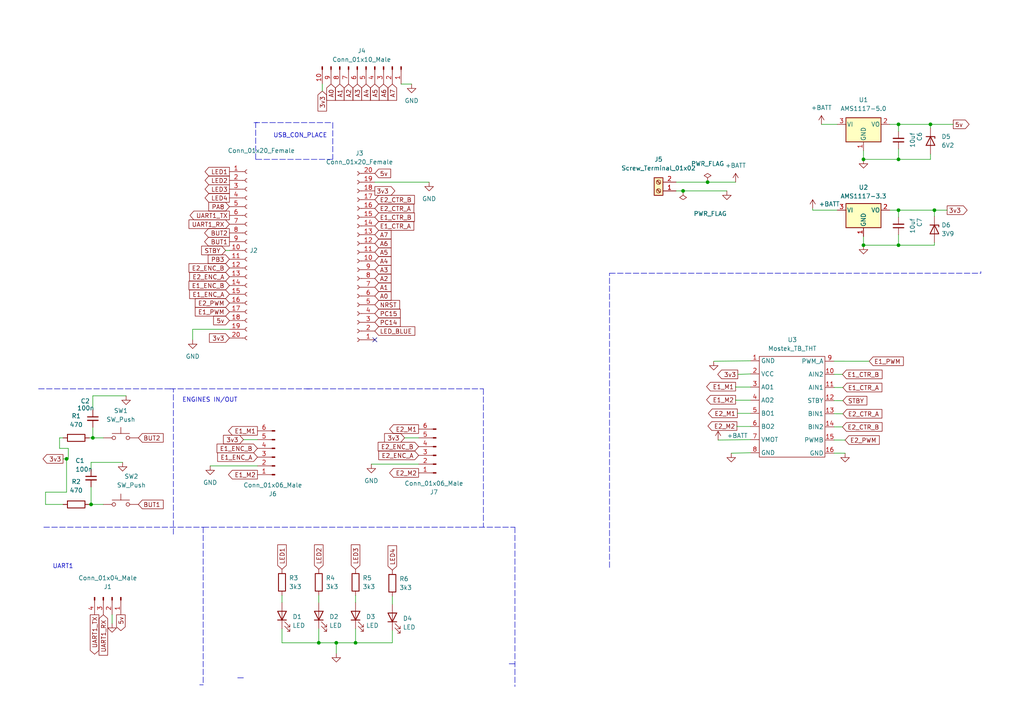
<source format=kicad_sch>
(kicad_sch (version 20211123) (generator eeschema)
  (paper "A4")
  (lib_symbols
    (symbol "Connector:Conn_01x04_Male" (pin_names (offset 1.016) hide)
      (property "Reference" "J" (at 0 5.08 0))
      (property "Value" "Conn_01x04_Male" (at 0 -7.62 0))
      (symbol "Conn_01x04_Male_1_1"
        (polyline (pts (xy 1.27 -5.08) (xy 0.8636 -5.08)) (stroke (width 0.1524)))
        (polyline (pts (xy 1.27 -2.54) (xy 0.8636 -2.54)) (stroke (width 0.1524)))
        (polyline (pts (xy 1.27 0) (xy 0.8636 0)) (stroke (width 0.1524)))
        (polyline (pts (xy 1.27 2.54) (xy 0.8636 2.54)) (stroke (width 0.1524)))
        (rectangle (start 0.8636 -4.953) (end 0 -5.207) (stroke (width 0.1524)) (fill (type outline)))
        (rectangle (start 0.8636 -2.413) (end 0 -2.667) (stroke (width 0.1524)) (fill (type outline)))
        (rectangle (start 0.8636 0.127) (end 0 -0.127) (stroke (width 0.1524)) (fill (type outline)))
        (rectangle (start 0.8636 2.667) (end 0 2.413) (stroke (width 0.1524)) (fill (type outline)))
        (pin passive line (at 5.08 2.54 180) (length 3.81) (name "Pin_1") (number "1"))
        (pin passive line (at 5.08 0 180) (length 3.81) (name "Pin_2") (number "2"))
        (pin passive line (at 5.08 -2.54 180) (length 3.81) (name "Pin_3") (number "3"))
        (pin passive line (at 5.08 -5.08 180) (length 3.81) (name "Pin_4") (number "4"))
      )
    )
    (symbol "Connector:Conn_01x06_Male" (pin_names (offset 1.016) hide)
      (property "Reference" "J" (at 0 7.62 0))
      (property "Value" "Conn_01x06_Male" (at 0 -10.16 0))
      (symbol "Conn_01x06_Male_1_1"
        (polyline (pts (xy 1.27 -7.62) (xy 0.8636 -7.62)) (stroke (width 0.1524)))
        (polyline (pts (xy 1.27 -5.08) (xy 0.8636 -5.08)) (stroke (width 0.1524)))
        (polyline (pts (xy 1.27 -2.54) (xy 0.8636 -2.54)) (stroke (width 0.1524)))
        (polyline (pts (xy 1.27 0) (xy 0.8636 0)) (stroke (width 0.1524)))
        (polyline (pts (xy 1.27 2.54) (xy 0.8636 2.54)) (stroke (width 0.1524)))
        (polyline (pts (xy 1.27 5.08) (xy 0.8636 5.08)) (stroke (width 0.1524)))
        (rectangle (start 0.8636 -7.493) (end 0 -7.747) (stroke (width 0.1524)) (fill (type outline)))
        (rectangle (start 0.8636 -4.953) (end 0 -5.207) (stroke (width 0.1524)) (fill (type outline)))
        (rectangle (start 0.8636 -2.413) (end 0 -2.667) (stroke (width 0.1524)) (fill (type outline)))
        (rectangle (start 0.8636 0.127) (end 0 -0.127) (stroke (width 0.1524)) (fill (type outline)))
        (rectangle (start 0.8636 2.667) (end 0 2.413) (stroke (width 0.1524)) (fill (type outline)))
        (rectangle (start 0.8636 5.207) (end 0 4.953) (stroke (width 0.1524)) (fill (type outline)))
        (pin passive line (at 5.08 5.08 180) (length 3.81) (name "Pin_1") (number "1"))
        (pin passive line (at 5.08 2.54 180) (length 3.81) (name "Pin_2") (number "2"))
        (pin passive line (at 5.08 0 180) (length 3.81) (name "Pin_3") (number "3"))
        (pin passive line (at 5.08 -2.54 180) (length 3.81) (name "Pin_4") (number "4"))
        (pin passive line (at 5.08 -5.08 180) (length 3.81) (name "Pin_5") (number "5"))
        (pin passive line (at 5.08 -7.62 180) (length 3.81) (name "Pin_6") (number "6"))
      )
    )
    (symbol "Connector:Conn_01x10_Male" (pin_names (offset 1.016) hide)
      (property "Reference" "J" (at 0 12.7 0))
      (property "Value" "Conn_01x10_Male" (at 0 -15.24 0))
      (symbol "Conn_01x10_Male_1_1"
        (polyline (pts (xy 1.27 -12.7) (xy 0.8636 -12.7)) (stroke (width 0.1524)))
        (polyline (pts (xy 1.27 -10.16) (xy 0.8636 -10.16)) (stroke (width 0.1524)))
        (polyline (pts (xy 1.27 -7.62) (xy 0.8636 -7.62)) (stroke (width 0.1524)))
        (polyline (pts (xy 1.27 -5.08) (xy 0.8636 -5.08)) (stroke (width 0.1524)))
        (polyline (pts (xy 1.27 -2.54) (xy 0.8636 -2.54)) (stroke (width 0.1524)))
        (polyline (pts (xy 1.27 0) (xy 0.8636 0)) (stroke (width 0.1524)))
        (polyline (pts (xy 1.27 2.54) (xy 0.8636 2.54)) (stroke (width 0.1524)))
        (polyline (pts (xy 1.27 5.08) (xy 0.8636 5.08)) (stroke (width 0.1524)))
        (polyline (pts (xy 1.27 7.62) (xy 0.8636 7.62)) (stroke (width 0.1524)))
        (polyline (pts (xy 1.27 10.16) (xy 0.8636 10.16)) (stroke (width 0.1524)))
        (rectangle (start 0.8636 -12.573) (end 0 -12.827) (stroke (width 0.1524)) (fill (type outline)))
        (rectangle (start 0.8636 -10.033) (end 0 -10.287) (stroke (width 0.1524)) (fill (type outline)))
        (rectangle (start 0.8636 -7.493) (end 0 -7.747) (stroke (width 0.1524)) (fill (type outline)))
        (rectangle (start 0.8636 -4.953) (end 0 -5.207) (stroke (width 0.1524)) (fill (type outline)))
        (rectangle (start 0.8636 -2.413) (end 0 -2.667) (stroke (width 0.1524)) (fill (type outline)))
        (rectangle (start 0.8636 0.127) (end 0 -0.127) (stroke (width 0.1524)) (fill (type outline)))
        (rectangle (start 0.8636 2.667) (end 0 2.413) (stroke (width 0.1524)) (fill (type outline)))
        (rectangle (start 0.8636 5.207) (end 0 4.953) (stroke (width 0.1524)) (fill (type outline)))
        (rectangle (start 0.8636 7.747) (end 0 7.493) (stroke (width 0.1524)) (fill (type outline)))
        (rectangle (start 0.8636 10.287) (end 0 10.033) (stroke (width 0.1524)) (fill (type outline)))
        (pin passive line (at 5.08 10.16 180) (length 3.81) (name "Pin_1") (number "1"))
        (pin passive line (at 5.08 -12.7 180) (length 3.81) (name "Pin_10") (number "10"))
        (pin passive line (at 5.08 7.62 180) (length 3.81) (name "Pin_2") (number "2"))
        (pin passive line (at 5.08 5.08 180) (length 3.81) (name "Pin_3") (number "3"))
        (pin passive line (at 5.08 2.54 180) (length 3.81) (name "Pin_4") (number "4"))
        (pin passive line (at 5.08 0 180) (length 3.81) (name "Pin_5") (number "5"))
        (pin passive line (at 5.08 -2.54 180) (length 3.81) (name "Pin_6") (number "6"))
        (pin passive line (at 5.08 -5.08 180) (length 3.81) (name "Pin_7") (number "7"))
        (pin passive line (at 5.08 -7.62 180) (length 3.81) (name "Pin_8") (number "8"))
        (pin passive line (at 5.08 -10.16 180) (length 3.81) (name "Pin_9") (number "9"))
      )
    )
    (symbol "Connector:Conn_01x20_Female" (pin_names (offset 1.016) hide)
      (property "Reference" "J" (at 0 25.4 0))
      (property "Value" "Conn_01x20_Female" (at 0 -27.94 0))
      (symbol "Conn_01x20_Female_1_1"
        (arc (start 0 -24.892) (mid -0.508 -25.4) (end 0 -25.908) (stroke (width 0.1524)))
        (arc (start 0 -22.352) (mid -0.508 -22.86) (end 0 -23.368) (stroke (width 0.1524)))
        (arc (start 0 -19.812) (mid -0.508 -20.32) (end 0 -20.828) (stroke (width 0.1524)))
        (arc (start 0 -17.272) (mid -0.508 -17.78) (end 0 -18.288) (stroke (width 0.1524)))
        (arc (start 0 -14.732) (mid -0.508 -15.24) (end 0 -15.748) (stroke (width 0.1524)))
        (arc (start 0 -12.192) (mid -0.508 -12.7) (end 0 -13.208) (stroke (width 0.1524)))
        (arc (start 0 -9.652) (mid -0.508 -10.16) (end 0 -10.668) (stroke (width 0.1524)))
        (arc (start 0 -7.112) (mid -0.508 -7.62) (end 0 -8.128) (stroke (width 0.1524)))
        (arc (start 0 -4.572) (mid -0.508 -5.08) (end 0 -5.588) (stroke (width 0.1524)))
        (arc (start 0 -2.032) (mid -0.508 -2.54) (end 0 -3.048) (stroke (width 0.1524)))
        (polyline (pts (xy -1.27 -25.4) (xy -0.508 -25.4)) (stroke (width 0.1524)))
        (polyline (pts (xy -1.27 -22.86) (xy -0.508 -22.86)) (stroke (width 0.1524)))
        (polyline (pts (xy -1.27 -20.32) (xy -0.508 -20.32)) (stroke (width 0.1524)))
        (polyline (pts (xy -1.27 -17.78) (xy -0.508 -17.78)) (stroke (width 0.1524)))
        (polyline (pts (xy -1.27 -15.24) (xy -0.508 -15.24)) (stroke (width 0.1524)))
        (polyline (pts (xy -1.27 -12.7) (xy -0.508 -12.7)) (stroke (width 0.1524)))
        (polyline (pts (xy -1.27 -10.16) (xy -0.508 -10.16)) (stroke (width 0.1524)))
        (polyline (pts (xy -1.27 -7.62) (xy -0.508 -7.62)) (stroke (width 0.1524)))
        (polyline (pts (xy -1.27 -5.08) (xy -0.508 -5.08)) (stroke (width 0.1524)))
        (polyline (pts (xy -1.27 -2.54) (xy -0.508 -2.54)) (stroke (width 0.1524)))
        (polyline (pts (xy -1.27 0) (xy -0.508 0)) (stroke (width 0.1524)))
        (polyline (pts (xy -1.27 2.54) (xy -0.508 2.54)) (stroke (width 0.1524)))
        (polyline (pts (xy -1.27 5.08) (xy -0.508 5.08)) (stroke (width 0.1524)))
        (polyline (pts (xy -1.27 7.62) (xy -0.508 7.62)) (stroke (width 0.1524)))
        (polyline (pts (xy -1.27 10.16) (xy -0.508 10.16)) (stroke (width 0.1524)))
        (polyline (pts (xy -1.27 12.7) (xy -0.508 12.7)) (stroke (width 0.1524)))
        (polyline (pts (xy -1.27 15.24) (xy -0.508 15.24)) (stroke (width 0.1524)))
        (polyline (pts (xy -1.27 17.78) (xy -0.508 17.78)) (stroke (width 0.1524)))
        (polyline (pts (xy -1.27 20.32) (xy -0.508 20.32)) (stroke (width 0.1524)))
        (polyline (pts (xy -1.27 22.86) (xy -0.508 22.86)) (stroke (width 0.1524)))
        (arc (start 0 0.508) (mid -0.508 0) (end 0 -0.508) (stroke (width 0.1524)))
        (arc (start 0 3.048) (mid -0.508 2.54) (end 0 2.032) (stroke (width 0.1524)))
        (arc (start 0 5.588) (mid -0.508 5.08) (end 0 4.572) (stroke (width 0.1524)))
        (arc (start 0 8.128) (mid -0.508 7.62) (end 0 7.112) (stroke (width 0.1524)))
        (arc (start 0 10.668) (mid -0.508 10.16) (end 0 9.652) (stroke (width 0.1524)))
        (arc (start 0 13.208) (mid -0.508 12.7) (end 0 12.192) (stroke (width 0.1524)))
        (arc (start 0 15.748) (mid -0.508 15.24) (end 0 14.732) (stroke (width 0.1524)))
        (arc (start 0 18.288) (mid -0.508 17.78) (end 0 17.272) (stroke (width 0.1524)))
        (arc (start 0 20.828) (mid -0.508 20.32) (end 0 19.812) (stroke (width 0.1524)))
        (arc (start 0 23.368) (mid -0.508 22.86) (end 0 22.352) (stroke (width 0.1524)))
        (pin passive line (at -5.08 22.86 0) (length 3.81) (name "Pin_1") (number "1"))
        (pin passive line (at -5.08 0 0) (length 3.81) (name "Pin_10") (number "10"))
        (pin passive line (at -5.08 -2.54 0) (length 3.81) (name "Pin_11") (number "11"))
        (pin passive line (at -5.08 -5.08 0) (length 3.81) (name "Pin_12") (number "12"))
        (pin passive line (at -5.08 -7.62 0) (length 3.81) (name "Pin_13") (number "13"))
        (pin passive line (at -5.08 -10.16 0) (length 3.81) (name "Pin_14") (number "14"))
        (pin passive line (at -5.08 -12.7 0) (length 3.81) (name "Pin_15") (number "15"))
        (pin passive line (at -5.08 -15.24 0) (length 3.81) (name "Pin_16") (number "16"))
        (pin passive line (at -5.08 -17.78 0) (length 3.81) (name "Pin_17") (number "17"))
        (pin passive line (at -5.08 -20.32 0) (length 3.81) (name "Pin_18") (number "18"))
        (pin passive line (at -5.08 -22.86 0) (length 3.81) (name "Pin_19") (number "19"))
        (pin passive line (at -5.08 20.32 0) (length 3.81) (name "Pin_2") (number "2"))
        (pin passive line (at -5.08 -25.4 0) (length 3.81) (name "Pin_20") (number "20"))
        (pin passive line (at -5.08 17.78 0) (length 3.81) (name "Pin_3") (number "3"))
        (pin passive line (at -5.08 15.24 0) (length 3.81) (name "Pin_4") (number "4"))
        (pin passive line (at -5.08 12.7 0) (length 3.81) (name "Pin_5") (number "5"))
        (pin passive line (at -5.08 10.16 0) (length 3.81) (name "Pin_6") (number "6"))
        (pin passive line (at -5.08 7.62 0) (length 3.81) (name "Pin_7") (number "7"))
        (pin passive line (at -5.08 5.08 0) (length 3.81) (name "Pin_8") (number "8"))
        (pin passive line (at -5.08 2.54 0) (length 3.81) (name "Pin_9") (number "9"))
      )
    )
    (symbol "Connector:Screw_Terminal_01x02" (pin_names (offset 1.016) hide)
      (property "Reference" "J" (at 0 2.54 0))
      (property "Value" "Screw_Terminal_01x02" (at 0 -5.08 0))
      (symbol "Screw_Terminal_01x02_1_1"
        (rectangle (start -1.27 1.27) (end 1.27 -3.81) (stroke (width 0.254)) (fill (type background)))
        (circle (center 0 -2.54) (radius 0.635) (stroke (width 0.1524)))
        (polyline (pts (xy -0.5334 -2.2098) (xy 0.3302 -3.048)) (stroke (width 0.1524)))
        (polyline (pts (xy -0.5334 0.3302) (xy 0.3302 -0.508)) (stroke (width 0.1524)))
        (polyline (pts (xy -0.3556 -2.032) (xy 0.508 -2.8702)) (stroke (width 0.1524)))
        (polyline (pts (xy -0.3556 0.508) (xy 0.508 -0.3302)) (stroke (width 0.1524)))
        (circle (center 0 0) (radius 0.635) (stroke (width 0.1524)))
        (pin passive line (at -5.08 0 0) (length 3.81) (name "Pin_1") (number "1"))
        (pin passive line (at -5.08 -2.54 0) (length 3.81) (name "Pin_2") (number "2"))
      )
    )
    (symbol "Device:C_Small" (pin_numbers hide) (pin_names (offset 0.254) hide)
      (property "Reference" "C" (at 0.254 1.778 0))
      (property "Value" "C_Small" (at 0.254 -2.032 0))
      (symbol "C_Small_0_1"
        (polyline (pts (xy -1.524 -0.508) (xy 1.524 -0.508)) (stroke (width 0.3302)))
        (polyline (pts (xy -1.524 0.508) (xy 1.524 0.508)) (stroke (width 0.3048)))
      )
      (symbol "C_Small_1_1"
        (pin passive line (at 0 2.54 270) (length 2.032) (name "~") (number "1"))
        (pin passive line (at 0 -2.54 90) (length 2.032) (name "~") (number "2"))
      )
    )
    (symbol "Device:D_Zener" (pin_numbers hide) (pin_names (offset 1.016) hide)
      (property "Reference" "D" (at 0 2.54 0))
      (property "Value" "D_Zener" (at 0 -2.54 0))
      (symbol "D_Zener_0_1"
        (polyline (pts (xy 1.27 0) (xy -1.27 0)))
        (polyline (pts (xy -1.27 -1.27) (xy -1.27 1.27) (xy -0.762 1.27)) (stroke (width 0.254)))
        (polyline (pts (xy 1.27 -1.27) (xy 1.27 1.27) (xy -1.27 0) (xy 1.27 -1.27)) (stroke (width 0.254)))
      )
      (symbol "D_Zener_1_1"
        (pin passive line (at -3.81 0 0) (length 2.54) (name "K") (number "1"))
        (pin passive line (at 3.81 0 180) (length 2.54) (name "A") (number "2"))
      )
    )
    (symbol "Device:LED" (pin_numbers hide) (pin_names (offset 1.016) hide)
      (property "Reference" "D" (at 0 2.54 0))
      (property "Value" "LED" (at 0 -2.54 0))
      (symbol "LED_0_1"
        (polyline (pts (xy -1.27 -1.27) (xy -1.27 1.27)) (stroke (width 0.254)))
        (polyline (pts (xy -1.27 0) (xy 1.27 0)))
        (polyline (pts (xy 1.27 -1.27) (xy 1.27 1.27) (xy -1.27 0) (xy 1.27 -1.27)) (stroke (width 0.254)))
        (polyline (pts (xy -3.048 -0.762) (xy -4.572 -2.286) (xy -3.81 -2.286) (xy -4.572 -2.286) (xy -4.572 -1.524)))
        (polyline (pts (xy -1.778 -0.762) (xy -3.302 -2.286) (xy -2.54 -2.286) (xy -3.302 -2.286) (xy -3.302 -1.524)))
      )
      (symbol "LED_1_1"
        (pin passive line (at -3.81 0 0) (length 2.54) (name "K") (number "1"))
        (pin passive line (at 3.81 0 180) (length 2.54) (name "A") (number "2"))
      )
    )
    (symbol "Device:R" (pin_numbers hide) (pin_names (offset 0))
      (property "Reference" "R" (at 2.032 0 90))
      (property "Value" "R" (at 0 0 90))
      (symbol "R_0_1"
        (rectangle (start -1.016 -2.54) (end 1.016 2.54) (stroke (width 0.254)))
      )
      (symbol "R_1_1"
        (pin passive line (at 0 3.81 270) (length 1.27) (name "~") (number "1"))
        (pin passive line (at 0 -3.81 90) (length 1.27) (name "~") (number "2"))
      )
    )
    (symbol "Regulator_Linear:AMS1117-3.3" (pin_names (offset 0.254))
      (property "Reference" "U" (at -3.81 3.175 0))
      (property "Value" "AMS1117-3.3" (at 0 3.175 0))
      (symbol "AMS1117-3.3_0_1"
        (rectangle (start -5.08 -5.08) (end 5.08 1.905) (stroke (width 0.254)) (fill (type background)))
      )
      (symbol "AMS1117-3.3_1_1"
        (pin power_in line (at 0 -7.62 90) (length 2.54) (name "GND") (number "1"))
        (pin power_out line (at 7.62 0 180) (length 2.54) (name "VO") (number "2"))
        (pin power_in line (at -7.62 0 0) (length 2.54) (name "VI") (number "3"))
      )
    )
    (symbol "Regulator_Linear:AMS1117-5.0" (pin_names (offset 0.254))
      (property "Reference" "U" (at -3.81 3.175 0))
      (property "Value" "AMS1117-5.0" (at 0 3.175 0))
      (symbol "AMS1117-5.0_0_1"
        (rectangle (start -5.08 -5.08) (end 5.08 1.905) (stroke (width 0.254)) (fill (type background)))
      )
      (symbol "AMS1117-5.0_1_1"
        (pin power_in line (at 0 -7.62 90) (length 2.54) (name "GND") (number "1"))
        (pin power_out line (at 7.62 0 180) (length 2.54) (name "VO") (number "2"))
        (pin power_in line (at -7.62 0 0) (length 2.54) (name "VI") (number "3"))
      )
    )
    (symbol "Switch:SW_Push" (pin_numbers hide) (pin_names (offset 1.016) hide)
      (property "Reference" "SW" (at 1.27 2.54 0))
      (property "Value" "SW_Push" (at 0 -1.524 0))
      (symbol "SW_Push_0_1"
        (circle (center -2.032 0) (radius 0.508))
        (polyline (pts (xy 0 1.27) (xy 0 3.048)))
        (polyline (pts (xy 2.54 1.27) (xy -2.54 1.27)))
        (circle (center 2.032 0) (radius 0.508))
        (pin passive line (at -5.08 0 0) (length 2.54) (name "1") (number "1"))
        (pin passive line (at 5.08 0 180) (length 2.54) (name "2") (number "2"))
      )
    )
    (symbol "mosetk_h:Mostek_TB_THT"
      (property "Reference" "U" (at 0 0 0))
      (property "Value" "Mostek_TB_THT" (at 1.27 -6.35 90))
      (symbol "Mostek_TB_THT_0_1"
        (rectangle (start -7.62 8.89) (end 11.43 -20.32))
      )
      (symbol "Mostek_TB_THT_1_1"
        (pin input line (at -10.16 7.62 0) (length 2.54) (name "GND") (number "1"))
        (pin input line (at 14.1012 3.695 180) (length 2.54) (name "AIN2") (number "10"))
        (pin input line (at 14.1012 -0.115 180) (length 2.54) (name "AIN1") (number "11"))
        (pin input line (at 14.1012 -3.925 180) (length 2.54) (name "STBY") (number "12"))
        (pin input line (at 14.1012 -7.735 180) (length 2.54) (name "BIN1") (number "13"))
        (pin output line (at 14.1012 -11.545 180) (length 2.54) (name "BIN2") (number "14"))
        (pin input line (at 14.1012 -15.355 180) (length 2.54) (name "PWMB") (number "15"))
        (pin input line (at 14.1012 -19.165 180) (length 2.54) (name "GND") (number "16"))
        (pin input line (at -10.16 3.81 0) (length 2.54) (name "VCC") (number "2"))
        (pin output line (at -10.16 0 0) (length 2.54) (name "AO1") (number "3"))
        (pin output line (at -10.16 -3.81 0) (length 2.54) (name "AO2") (number "4"))
        (pin output line (at -10.16 -7.62 0) (length 2.54) (name "BO1") (number "5"))
        (pin output line (at -10.16 -11.43 0) (length 2.54) (name "BO2") (number "6"))
        (pin input line (at -10.16 -15.24 0) (length 2.54) (name "VMOT") (number "7"))
        (pin input line (at -10.16 -19.05 0) (length 2.54) (name "GND") (number "8"))
        (pin input line (at 14.1012 7.505 180) (length 2.54) (name "PWM_A") (number "9"))
      )
    )
    (symbol "power:+BATT" (power) (pin_names (offset 0))
      (property "Value" "+BATT" (at 0 3.556 0))
      (symbol "+BATT_0_1"
        (polyline (pts (xy -0.762 1.27) (xy 0 2.54)))
        (polyline (pts (xy 0 0) (xy 0 2.54)))
        (polyline (pts (xy 0 2.54) (xy 0.762 1.27)))
      )
      (symbol "+BATT_1_1"
        (pin power_in line (at 0 0 90) (length 0) hide (name "+BATT") (number "1"))
      )
    )
    (symbol "power:GND" (power) (pin_names (offset 0))
      (property "Value" "GND" (at 0 -3.81 0))
      (symbol "GND_0_1"
        (polyline (pts (xy 0 0) (xy 0 -1.27) (xy 1.27 -1.27) (xy 0 -2.54) (xy -1.27 -1.27) (xy 0 -1.27)))
      )
      (symbol "GND_1_1"
        (pin power_in line (at 0 0 270) (length 0) hide (name "GND") (number "1"))
      )
    )
    (symbol "power:PWR_FLAG" (power) (pin_numbers hide) (pin_names (offset 0) hide)
      (property "Value" "PWR_FLAG" (at 0 3.81 0))
      (symbol "PWR_FLAG_0_0"
        (pin power_out line (at 0 0 90) (length 0) (name "pwr") (number "1"))
      )
      (symbol "PWR_FLAG_0_1"
        (polyline (pts (xy 0 0) (xy 0 1.27) (xy -1.016 1.905) (xy 0 2.54) (xy 1.016 1.905) (xy 0 1.27)))
      )
    )
  )
  (junction (at 198.12 55.372))
  (junction (at 97.536 186.436))
  (junction (at 271.018 60.96))
  (junction (at 26.924 127))
  (junction (at 260.604 71.12))
  (junction (at 19.304 133.096))
  (junction (at 103.124 186.436))
  (junction (at 26.416 146.304))
  (junction (at 250.444 46.228))
  (junction (at 250.444 71.12))
  (junction (at 205.232 52.832))
  (junction (at 260.604 46.228))
  (junction (at 269.875 36.068))
  (junction (at 260.604 36.068))
  (junction (at 92.456 186.436))
  (junction (at 260.604 60.96))
  (no_connect (at 108.712 98.552))
  (wire (pts (xy 217.678 116.078) (xy 213.36 116.078)))
  (polyline (pts (xy 149.352 152.908) (xy 149.352 199.136)))
  (polyline (pts (xy 73.66 35.56) (xy 96.52 35.56)))
  (wire (pts (xy 258.064 36.068) (xy 260.604 36.068)))
  (wire (pts (xy 60.96 135.128) (xy 74.676 135.128)))
  (wire (pts (xy 213.36 116.078) (xy 213.36 115.951)))
  (wire (pts (xy 217.678 123.698) (xy 213.741 123.698)))
  (wire (pts (xy 241.9392 116.193) (xy 244.475 116.205)))
  (wire (pts (xy 26.924 127) (xy 29.972 127)))
  (polyline (pts (xy 176.784 79.248) (xy 284.48 79.248)))
  (polyline (pts (xy 12.7 152.908) (xy 58.928 152.908)))
  (wire (pts (xy 260.604 68.072) (xy 260.604 71.12)))
  (wire (pts (xy 19.304 133.096) (xy 19.304 142.748)))
  (wire (pts (xy 92.456 186.436) (xy 92.456 182.372)))
  (wire (pts (xy 271.018 71.12) (xy 260.604 71.12)))
  (polyline (pts (xy 176.784 164.592) (xy 176.784 79.248)))
  (wire (pts (xy 196.088 55.372) (xy 198.12 55.372)))
  (wire (pts (xy 81.788 182.372) (xy 81.788 186.436)))
  (wire (pts (xy 17.272 127) (xy 18.288 127)))
  (wire (pts (xy 241.9392 108.573) (xy 244.348 108.585)))
  (wire (pts (xy 113.792 186.436) (xy 103.124 186.436)))
  (wire (pts (xy 26.924 123.952) (xy 26.924 127)))
  (wire (pts (xy 113.792 182.88) (xy 113.792 186.436)))
  (wire (pts (xy 65.4304 72.644) (xy 66.548 72.644)))
  (wire (pts (xy 207.01 104.775) (xy 217.678 104.648)))
  (wire (pts (xy 213.741 123.698) (xy 213.741 123.571)))
  (wire (pts (xy 250.444 71.12) (xy 260.604 71.12)))
  (polyline (pts (xy 149.352 192.532) (xy 147.32 192.532)))
  (wire (pts (xy 260.604 60.96) (xy 271.018 60.96)))
  (wire (pts (xy 97.536 186.436) (xy 92.456 186.436)))
  (wire (pts (xy 241.9392 123.813) (xy 244.348 123.825)))
  (wire (pts (xy 208.28 127.635) (xy 217.678 127.508)))
  (wire (pts (xy 250.444 43.688) (xy 250.444 46.228)))
  (wire (pts (xy 260.604 46.228) (xy 250.444 46.228)))
  (wire (pts (xy 241.9392 120.003) (xy 244.475 120.015)))
  (polyline (pts (xy 58.928 152.908) (xy 58.928 198.628)))
  (wire (pts (xy 260.604 43.18) (xy 260.604 46.228)))
  (polyline (pts (xy 49.276 112.776) (xy 90.424 112.776)))
  (polyline (pts (xy 74.168 46.228) (xy 74.168 35.56)))
  (wire (pts (xy 32.512 178.308) (xy 32.512 180.848)))
  (wire (pts (xy 269.875 44.704) (xy 269.875 46.228)))
  (wire (pts (xy 19.304 133.096) (xy 19.812 133.096)))
  (wire (pts (xy 19.812 130.048) (xy 17.272 130.048)))
  (wire (pts (xy 269.875 37.084) (xy 269.875 36.068)))
  (polyline (pts (xy 140.208 112.776) (xy 140.208 152.908)))
  (wire (pts (xy 213.36 112.268) (xy 213.36 112.141)))
  (wire (pts (xy 17.272 130.048) (xy 17.272 127)))
  (wire (pts (xy 212.09 131.445) (xy 217.678 131.318)))
  (wire (pts (xy 26.416 146.304) (xy 29.972 146.304)))
  (wire (pts (xy 271.018 62.738) (xy 271.018 60.96)))
  (wire (pts (xy 250.444 68.58) (xy 250.444 71.12)))
  (wire (pts (xy 70.612 127.508) (xy 74.676 127.508)))
  (wire (pts (xy 235.712 60.96) (xy 235.712 60.452)))
  (wire (pts (xy 26.416 141.224) (xy 26.416 146.304)))
  (wire (pts (xy 117.348 127) (xy 121.412 127)))
  (polyline (pts (xy 11.176 112.776) (xy 50.292 112.776)))
  (wire (pts (xy 103.124 186.436) (xy 97.536 186.436)))
  (wire (pts (xy 13.208 146.304) (xy 18.288 146.304)))
  (wire (pts (xy 269.875 36.068) (xy 276.479 36.068)))
  (wire (pts (xy 241.9392 127.623) (xy 245.11 127.635)))
  (wire (pts (xy 19.304 142.748) (xy 13.208 142.748)))
  (wire (pts (xy 269.875 46.228) (xy 260.604 46.228)))
  (polyline (pts (xy 58.928 198.628) (xy 57.912 198.628)))
  (wire (pts (xy 26.416 134.112) (xy 35.56 134.112)))
  (wire (pts (xy 196.088 52.832) (xy 205.232 52.832)))
  (wire (pts (xy 25.908 127) (xy 26.924 127)))
  (wire (pts (xy 213.868 119.888) (xy 217.678 119.888)))
  (wire (pts (xy 103.124 172.72) (xy 103.124 174.752)))
  (polyline (pts (xy 70.612 196.596) (xy 68.58 196.596)))
  (wire (pts (xy 55.88 98.552) (xy 55.88 95.504)))
  (polyline (pts (xy 96.52 35.56) (xy 96.52 46.228)))
  (wire (pts (xy 55.88 95.504) (xy 66.548 95.504)))
  (wire (pts (xy 103.124 182.372) (xy 103.124 186.436)))
  (wire (pts (xy 92.456 172.72) (xy 92.456 174.752)))
  (wire (pts (xy 260.604 36.068) (xy 260.604 38.1)))
  (wire (pts (xy 242.824 60.96) (xy 235.712 60.96)))
  (wire (pts (xy 258.064 60.96) (xy 260.604 60.96)))
  (wire (pts (xy 25.908 146.304) (xy 26.416 146.304)))
  (wire (pts (xy 26.924 114.808) (xy 36.576 114.808)))
  (wire (pts (xy 26.416 136.144) (xy 26.416 134.112)))
  (wire (pts (xy 107.696 134.62) (xy 121.412 134.62)))
  (wire (pts (xy 81.788 172.72) (xy 81.788 174.752)))
  (wire (pts (xy 26.924 114.808) (xy 26.924 118.872)))
  (wire (pts (xy 260.604 36.068) (xy 269.875 36.068)))
  (wire (pts (xy 19.812 133.096) (xy 19.812 130.048)))
  (polyline (pts (xy 50.292 154.94) (xy 50.292 112.776)))
  (wire (pts (xy 13.208 142.748) (xy 13.208 146.304)))
  (polyline (pts (xy 88.9 112.776) (xy 140.208 112.776)))
  (wire (pts (xy 108.712 52.832) (xy 124.46 52.832)))
  (wire (pts (xy 241.9392 104.763) (xy 252.095 104.775)))
  (polyline (pts (xy 96.52 46.228) (xy 74.168 46.228)))
  (wire (pts (xy 205.232 52.832) (xy 213.36 52.832)))
  (wire (pts (xy 271.018 60.96) (xy 274.701 60.96)))
  (polyline (pts (xy 74.168 35.56) (xy 74.676 35.56)))
  (wire (pts (xy 97.536 186.436) (xy 97.536 189.484)))
  (wire (pts (xy 213.36 112.268) (xy 217.678 112.268)))
  (wire (pts (xy 213.995 108.585) (xy 217.678 108.458)))
  (wire (pts (xy 18.288 133.096) (xy 19.304 133.096)))
  (wire (pts (xy 238.252 36.068) (xy 242.824 36.068)))
  (wire (pts (xy 113.792 172.974) (xy 113.792 175.26)))
  (wire (pts (xy 271.018 70.358) (xy 271.018 71.12)))
  (wire (pts (xy 81.788 186.436) (xy 92.456 186.436)))
  (wire (pts (xy 116.332 24.384) (xy 119.38 24.384)))
  (polyline (pts (xy 284.48 78.74) (xy 284.48 79.248)))
  (wire (pts (xy 198.12 55.372) (xy 210.82 55.372)))
  (polyline (pts (xy 58.928 152.908) (xy 149.352 152.908)))
  (wire (pts (xy 260.604 60.96) (xy 260.604 62.992)))
  (wire (pts (xy 241.9392 112.383) (xy 244.475 112.395)))
  (wire (pts (xy 93.472 24.384) (xy 93.472 26.416)))
  (wire (pts (xy 241.9392 131.433) (xy 245.11 131.445)))
  (text "UART1\n" (at 15.24 165.1 0) (effects (font (size 1.27 1.27)) (justify left bottom)))
  (text "USB_CON_PLACE" (at 79.248 40.132 0) (effects (font (size 1.27 1.27)) (justify left bottom)))
  (text "ENGINES IN/OUT\n" (at 52.832 116.84 0) (effects (font (size 1.27 1.27)) (justify left bottom)))
  (global_label "UART1_TX" (shape output) (at 66.548 62.484 180) (property "Intersheet References" "${INTERSHEET_REFS}" (effects hide)))
  (global_label "5v" (shape output) (at 35.052 178.308 270) (property "Intersheet References" "${INTERSHEET_REFS}" (effects hide)))
  (global_label "LED1" (shape input) (at 81.788 165.1 90) (property "Intersheet References" "${INTERSHEET_REFS}" (effects hide)))
  (global_label "A2" (shape input) (at 108.712 80.772 0) (property "Intersheet References" "${INTERSHEET_REFS}" (effects hide)))
  (global_label "E2_M2" (shape output) (at 121.412 137.16 180) (property "Intersheet References" "${INTERSHEET_REFS}" (effects hide)))
  (global_label "BUT2" (shape input) (at 40.132 127 0) (property "Intersheet References" "${INTERSHEET_REFS}" (effects hide)))
  (global_label "PA8" (shape input) (at 66.548 59.944 180) (property "Intersheet References" "${INTERSHEET_REFS}" (effects hide)))
  (global_label "STBY" (shape input) (at 65.4304 72.644 180) (property "Intersheet References" "${INTERSHEET_REFS}" (effects hide)))
  (global_label "A5" (shape input) (at 108.712 24.384 270) (property "Intersheet References" "${INTERSHEET_REFS}" (effects hide)))
  (global_label "A7" (shape input) (at 108.712 68.072 0) (property "Intersheet References" "${INTERSHEET_REFS}" (effects hide)))
  (global_label "3v3" (shape input) (at 117.348 127 180) (property "Intersheet References" "${INTERSHEET_REFS}" (effects hide)))
  (global_label "LED4" (shape input) (at 113.792 165.354 90) (property "Intersheet References" "${INTERSHEET_REFS}" (effects hide)))
  (global_label "E1_CTR_A" (shape input) (at 244.475 112.395 0) (property "Intersheet References" "${INTERSHEET_REFS}" (effects hide)))
  (global_label "3v3" (shape output) (at 213.995 108.585 180) (property "Intersheet References" "${INTERSHEET_REFS}" (effects hide)))
  (global_label "E1_CTR_A" (shape input) (at 108.712 65.532 0) (property "Intersheet References" "${INTERSHEET_REFS}" (effects hide)))
  (global_label "PC15" (shape input) (at 108.712 90.932 0) (property "Intersheet References" "${INTERSHEET_REFS}" (effects hide)))
  (global_label "3v3" (shape output) (at 274.701 60.96 0) (property "Intersheet References" "${INTERSHEET_REFS}" (effects hide)))
  (global_label "LED2" (shape input) (at 92.456 165.1 90) (property "Intersheet References" "${INTERSHEET_REFS}" (effects hide)))
  (global_label "3v3" (shape input) (at 66.548 98.044 180) (property "Intersheet References" "${INTERSHEET_REFS}" (effects hide)))
  (global_label "PC14" (shape input) (at 108.712 93.472 0) (property "Intersheet References" "${INTERSHEET_REFS}" (effects hide)))
  (global_label "5v" (shape output) (at 276.479 36.068 0) (property "Intersheet References" "${INTERSHEET_REFS}" (effects hide)))
  (global_label "E1_ENC_A" (shape input) (at 66.548 85.344 180) (property "Intersheet References" "${INTERSHEET_REFS}" (effects hide)))
  (global_label "UART1_RX" (shape input) (at 29.972 178.308 270) (property "Intersheet References" "${INTERSHEET_REFS}" (effects hide)))
  (global_label "E1_PWM" (shape input) (at 252.095 104.775 0) (property "Intersheet References" "${INTERSHEET_REFS}" (effects hide)))
  (global_label "LED2" (shape output) (at 66.548 52.324 180) (property "Intersheet References" "${INTERSHEET_REFS}" (effects hide)))
  (global_label "PB3" (shape input) (at 66.548 75.184 180) (property "Intersheet References" "${INTERSHEET_REFS}" (effects hide)))
  (global_label "LED_BLUE" (shape input) (at 108.712 96.012 0) (property "Intersheet References" "${INTERSHEET_REFS}" (effects hide)))
  (global_label "LED4" (shape output) (at 66.548 57.404 180) (property "Intersheet References" "${INTERSHEET_REFS}" (effects hide)))
  (global_label "BUT2" (shape output) (at 66.548 67.564 180) (property "Intersheet References" "${INTERSHEET_REFS}" (effects hide)))
  (global_label "3v3" (shape output) (at 108.712 55.372 0) (property "Intersheet References" "${INTERSHEET_REFS}" (effects hide)))
  (global_label "UART1_RX" (shape input) (at 66.548 65.024 180) (property "Intersheet References" "${INTERSHEET_REFS}" (effects hide)))
  (global_label "E1_CTR_B" (shape input) (at 244.348 108.585 0) (property "Intersheet References" "${INTERSHEET_REFS}" (effects hide)))
  (global_label "A6" (shape input) (at 108.712 70.612 0) (property "Intersheet References" "${INTERSHEET_REFS}" (effects hide)))
  (global_label "A1" (shape input) (at 108.712 83.312 0) (property "Intersheet References" "${INTERSHEET_REFS}" (effects hide)))
  (global_label "BUT1" (shape output) (at 66.548 70.104 180) (property "Intersheet References" "${INTERSHEET_REFS}" (effects hide)))
  (global_label "E2_ENC_B" (shape input) (at 66.548 77.724 180) (property "Intersheet References" "${INTERSHEET_REFS}" (effects hide)))
  (global_label "A4" (shape input) (at 106.172 24.384 270) (property "Intersheet References" "${INTERSHEET_REFS}" (effects hide)))
  (global_label "E2_M1" (shape output) (at 121.412 124.46 180) (property "Intersheet References" "${INTERSHEET_REFS}" (effects hide)))
  (global_label "A6" (shape input) (at 111.252 24.384 270) (property "Intersheet References" "${INTERSHEET_REFS}" (effects hide)))
  (global_label "UART1_TX" (shape output) (at 27.432 178.308 270) (property "Intersheet References" "${INTERSHEET_REFS}" (effects hide)))
  (global_label "E1_PWM" (shape input) (at 66.548 90.424 180) (property "Intersheet References" "${INTERSHEET_REFS}" (effects hide)))
  (global_label "STBY" (shape input) (at 244.475 116.205 0) (property "Intersheet References" "${INTERSHEET_REFS}" (effects hide)))
  (global_label "E1_M2" (shape output) (at 213.36 115.951 180) (property "Intersheet References" "${INTERSHEET_REFS}" (effects hide)))
  (global_label "E2_ENC_B" (shape input) (at 121.412 129.54 180) (property "Intersheet References" "${INTERSHEET_REFS}" (effects hide)))
  (global_label "E1_ENC_B" (shape input) (at 66.548 82.804 180) (property "Intersheet References" "${INTERSHEET_REFS}" (effects hide)))
  (global_label "E2_PWM" (shape input) (at 245.11 127.635 0) (property "Intersheet References" "${INTERSHEET_REFS}" (effects hide)))
  (global_label "E2_M1" (shape output) (at 213.868 119.888 180) (property "Intersheet References" "${INTERSHEET_REFS}" (effects hide)))
  (global_label "E1_M1" (shape output) (at 74.676 124.968 180) (property "Intersheet References" "${INTERSHEET_REFS}" (effects hide)))
  (global_label "E1_ENC_A" (shape input) (at 74.676 132.588 180) (property "Intersheet References" "${INTERSHEET_REFS}" (effects hide)))
  (global_label "E2_ENC_A" (shape input) (at 66.548 80.264 180) (property "Intersheet References" "${INTERSHEET_REFS}" (effects hide)))
  (global_label "BUT1" (shape input) (at 40.132 146.304 0) (property "Intersheet References" "${INTERSHEET_REFS}" (effects hide)))
  (global_label "A0" (shape input) (at 108.712 85.852 0) (property "Intersheet References" "${INTERSHEET_REFS}" (effects hide)))
  (global_label "E2_CTR_A" (shape input) (at 108.712 60.452 0) (property "Intersheet References" "${INTERSHEET_REFS}" (effects hide)))
  (global_label "A7" (shape input) (at 113.792 24.384 270) (property "Intersheet References" "${INTERSHEET_REFS}" (effects hide)))
  (global_label "A5" (shape input) (at 108.712 73.152 0) (property "Intersheet References" "${INTERSHEET_REFS}" (effects hide)))
  (global_label "E2_CTR_B" (shape input) (at 244.348 123.825 0) (property "Intersheet References" "${INTERSHEET_REFS}" (effects hide)))
  (global_label "5v" (shape input) (at 66.548 92.964 180) (property "Intersheet References" "${INTERSHEET_REFS}" (effects hide)))
  (global_label "E2_ENC_A" (shape input) (at 121.412 132.08 180) (property "Intersheet References" "${INTERSHEET_REFS}" (effects hide)))
  (global_label "A1" (shape input) (at 98.552 24.384 270) (property "Intersheet References" "${INTERSHEET_REFS}" (effects hide)))
  (global_label "3v3" (shape input) (at 70.612 127.508 180) (property "Intersheet References" "${INTERSHEET_REFS}" (effects hide)))
  (global_label "3v3" (shape output) (at 18.288 133.096 180) (property "Intersheet References" "${INTERSHEET_REFS}" (effects hide)))
  (global_label "LED1" (shape output) (at 66.548 49.784 180) (property "Intersheet References" "${INTERSHEET_REFS}" (effects hide)))
  (global_label "A3" (shape input) (at 108.712 78.232 0) (property "Intersheet References" "${INTERSHEET_REFS}" (effects hide)))
  (global_label "E1_M2" (shape output) (at 74.676 137.668 180) (property "Intersheet References" "${INTERSHEET_REFS}" (effects hide)))
  (global_label "E2_CTR_A" (shape input) (at 244.475 120.015 0) (property "Intersheet References" "${INTERSHEET_REFS}" (effects hide)))
  (global_label "LED3" (shape output) (at 66.548 54.864 180) (property "Intersheet References" "${INTERSHEET_REFS}" (effects hide)))
  (global_label "E1_CTR_B" (shape input) (at 108.712 62.992 0) (property "Intersheet References" "${INTERSHEET_REFS}" (effects hide)))
  (global_label "E2_M2" (shape output) (at 213.741 123.571 180) (property "Intersheet References" "${INTERSHEET_REFS}" (effects hide)))
  (global_label "A0" (shape input) (at 96.012 24.384 270) (property "Intersheet References" "${INTERSHEET_REFS}" (effects hide)))
  (global_label "E1_M1" (shape output) (at 213.36 112.141 180) (property "Intersheet References" "${INTERSHEET_REFS}" (effects hide)))
  (global_label "NRST" (shape input) (at 108.712 88.392 0) (property "Intersheet References" "${INTERSHEET_REFS}" (effects hide)))
  (global_label "A4" (shape input) (at 108.712 75.692 0) (property "Intersheet References" "${INTERSHEET_REFS}" (effects hide)))
  (global_label "E1_ENC_B" (shape input) (at 74.676 130.048 180) (property "Intersheet References" "${INTERSHEET_REFS}" (effects hide)))
  (global_label "E2_PWM" (shape input) (at 66.548 87.884 180) (property "Intersheet References" "${INTERSHEET_REFS}" (effects hide)))
  (global_label "LED3" (shape input) (at 103.124 165.1 90) (property "Intersheet References" "${INTERSHEET_REFS}" (effects hide)))
  (global_label "3v3" (shape input) (at 93.472 26.416 270) (property "Intersheet References" "${INTERSHEET_REFS}" (effects hide)))
  (global_label "E2_CTR_B" (shape input) (at 108.712 57.912 0) (property "Intersheet References" "${INTERSHEET_REFS}" (effects hide)))
  (global_label "A2" (shape input) (at 101.092 24.384 270) (property "Intersheet References" "${INTERSHEET_REFS}" (effects hide)))
  (global_label "5v" (shape input) (at 108.712 50.292 0) (property "Intersheet References" "${INTERSHEET_REFS}" (effects hide)))
  (global_label "A3" (shape input) (at 103.632 24.384 270) (property "Intersheet References" "${INTERSHEET_REFS}" (effects hide)))
  (symbol (lib_id "Device:C_Small") (at 26.924 121.412 0) (unit 1)
    (property "Reference" "C2" (at 23.368 116.332 0) (effects (justify left)))
    (property "Value" "100n" (at 22.352 118.364 0) (effects (justify left)))
    (property "Footprint" "Capacitor_SMD:C_0805_2012Metric_Pad1.18x1.45mm_HandSolder" (effects hide))
  )
  (symbol (lib_id "power:GND") (at 250.444 46.228 0) (unit 1)
    (property "Reference" "#PWR0121" (effects hide))
    (property "Value" "GND" (effects hide))
  )
  (symbol (lib_id "Switch:SW_Push") (at 35.052 146.304 0) (unit 1)
    (property "Reference" "SW2" (at 38.1 138.176 0))
    (property "Value" "SW_Push" (at 38.1 140.716 0))
    (property "Footprint" "Button_Switch_THT:SW_PUSH_6mm" (effects hide))
  )
  (symbol (lib_id "Connector:Conn_01x20_Female") (at 71.628 72.644 0) (unit 1)
    (property "Reference" "J2" (at 72.39 72.6439 0) (effects (justify left)))
    (property "Value" "Conn_01x20_Female" (at 66.04 43.688 0) (effects (justify left)))
    (property "Footprint" "Connector_PinSocket_2.54mm:PinSocket_1x20_P2.54mm_Vertical" (effects hide))
  )
  (symbol (lib_id "Device:R") (at 81.788 168.91 0) (unit 1)
    (property "Reference" "R3" (at 83.82 167.6399 0) (effects (justify left)))
    (property "Value" "3k3" (at 83.82 170.1799 0) (effects (justify left)))
    (property "Footprint" "Resistor_SMD:R_0805_2012Metric_Pad1.20x1.40mm_HandSolder" (effects hide))
  )
  (symbol (lib_id "Connector:Conn_01x20_Female") (at 103.632 75.692 180) (unit 1)
    (property "Reference" "J3" (at 104.267 44.45 0))
    (property "Value" "Conn_01x20_Female" (at 104.267 46.99 0))
    (property "Footprint" "Connector_PinSocket_2.54mm:PinSocket_1x20_P2.54mm_Vertical" (effects hide))
  )
  (symbol (lib_id "Connector:Conn_01x04_Male") (at 32.512 173.228 270) (unit 1)
    (property "Reference" "J1" (at 31.242 170.18 90))
    (property "Value" "Conn_01x04_Male" (at 31.242 167.64 90))
    (property "Footprint" "Connector_PinSocket_2.54mm:PinSocket_1x04_P2.54mm_Vertical" (effects hide))
  )
  (symbol (lib_id "Device:R") (at 22.098 146.304 90) (unit 1)
    (property "Reference" "R2" (at 22.098 139.7 90))
    (property "Value" "470" (at 22.098 142.24 90))
    (property "Footprint" "Resistor_SMD:R_0805_2012Metric_Pad1.20x1.40mm_HandSolder" (effects hide))
  )
  (symbol (lib_id "power:GND") (at 60.96 135.128 0) (unit 1)
    (property "Reference" "#PWR0117" (effects hide))
    (property "Value" "GND" (at 60.96 139.954 0))
  )
  (symbol (lib_id "Connector:Conn_01x06_Male") (at 79.756 132.588 180) (unit 1)
    (property "Reference" "J6" (at 79.121 143.256 0))
    (property "Value" "Conn_01x06_Male" (at 79.121 140.716 0))
    (property "Footprint" "Connector_PinSocket_2.54mm:PinSocket_1x06_P2.54mm_Vertical" (effects hide))
  )
  (symbol (lib_id "power:+BATT") (at 238.252 36.068 0) (unit 1)
    (property "Reference" "#PWR0120" (effects hide))
    (property "Value" "+BATT" (at 238.252 31.242 0))
  )
  (symbol (lib_id "mosetk_h:Mostek_TB_THT") (at 227.838 112.268 0) (unit 1)
    (property "Reference" "U3" (at 229.8086 98.552 0))
    (property "Value" "Mostek_TB_THT" (at 229.8086 101.092 0))
    (property "Footprint" "footprints:H_BRIDGE" (effects hide))
  )
  (symbol (lib_id "Device:LED") (at 81.788 178.562 90) (unit 1)
    (property "Reference" "D1" (at 84.836 178.8794 90) (effects (justify right)))
    (property "Value" "LED" (at 84.836 181.4194 90) (effects (justify right)))
    (property "Footprint" "Diode_SMD:D_0805_2012Metric_Pad1.15x1.40mm_HandSolder" (effects hide))
  )
  (symbol (lib_id "power:GND") (at 32.512 180.848 0) (unit 1)
    (property "Reference" "#PWR0112" (effects hide))
    (property "Value" "GND" (effects hide))
  )
  (symbol (lib_id "Connector:Screw_Terminal_01x02") (at 191.008 55.372 180) (unit 1)
    (property "Reference" "J5" (at 191.008 46.228 0))
    (property "Value" "Screw_Terminal_01x02" (at 191.008 48.768 0))
    (property "Footprint" "TerminalBlock:TerminalBlock_Altech_AK300-2_P5.00mm" (effects hide))
  )
  (symbol (lib_id "power:GND") (at 212.09 131.445 0) (unit 1)
    (property "Reference" "#PWR0114" (effects hide))
    (property "Value" "GND" (effects hide))
  )
  (symbol (lib_id "power:GND") (at 119.38 24.384 0) (unit 1)
    (property "Reference" "#PWR0107" (effects hide))
    (property "Value" "GND" (at 119.38 29.21 0))
  )
  (symbol (lib_id "power:GND") (at 107.696 134.62 0) (unit 1)
    (property "Reference" "#PWR0102" (effects hide))
    (property "Value" "GND" (at 107.696 139.446 0))
  )
  (symbol (lib_id "power:PWR_FLAG") (at 205.232 52.832 0) (unit 1)
    (property "Reference" "#FLG0101" (effects hide))
    (property "Value" "PWR_FLAG" (at 205.232 47.498 0))
  )
  (symbol (lib_id "Switch:SW_Push") (at 35.052 127 0) (unit 1)
    (property "Reference" "SW1" (at 35.052 119.126 0))
    (property "Value" "SW_Push" (at 35.052 121.666 0))
    (property "Footprint" "Button_Switch_THT:SW_PUSH_6mm" (effects hide))
  )
  (symbol (lib_id "power:GND") (at 36.576 114.808 0) (unit 1)
    (property "Reference" "#PWR0116" (effects hide))
    (property "Value" "GND" (effects hide))
  )
  (symbol (lib_id "power:GND") (at 245.11 131.445 0) (unit 1)
    (property "Reference" "#PWR0106" (effects hide))
    (property "Value" "GND" (effects hide))
  )
  (symbol (lib_id "Device:C_Small") (at 260.604 65.532 180) (unit 1)
    (property "Reference" "C7" (at 266.7 64.516 90))
    (property "Value" "10uf" (at 264.668 65.532 90))
    (property "Footprint" "Capacitor_Tantalum_SMD:CP_EIA-3216-18_Kemet-A_Pad1.58x1.35mm_HandSolder" (effects hide))
  )
  (symbol (lib_id "power:GND") (at 35.56 134.112 0) (unit 1)
    (property "Reference" "#PWR0113" (effects hide))
    (property "Value" "GND" (effects hide))
  )
  (symbol (lib_id "power:PWR_FLAG") (at 198.12 55.372 180) (unit 1)
    (property "Reference" "#FLG0102" (effects hide))
    (property "Value" "PWR_FLAG" (at 201.168 61.976 0) (effects (justify right)))
  )
  (symbol (lib_id "power:GND") (at 97.536 189.484 0) (unit 1)
    (property "Reference" "#PWR0111" (effects hide))
    (property "Value" "GND" (effects hide))
  )
  (symbol (lib_id "Device:R") (at 22.098 127 90) (unit 1)
    (property "Reference" "R1" (at 22.098 120.65 90))
    (property "Value" "470" (at 22.098 123.19 90))
    (property "Footprint" "Resistor_SMD:R_0805_2012Metric_Pad1.20x1.40mm_HandSolder" (effects hide))
  )
  (symbol (lib_id "Device:R") (at 113.792 169.164 0) (unit 1)
    (property "Reference" "R6" (at 115.824 167.8939 0) (effects (justify left)))
    (property "Value" "3k3" (at 115.824 170.4339 0) (effects (justify left)))
    (property "Footprint" "Resistor_SMD:R_0805_2012Metric_Pad1.20x1.40mm_HandSolder" (effects hide))
  )
  (symbol (lib_id "power:GND") (at 55.88 98.552 0) (unit 1)
    (property "Reference" "#PWR0110" (effects hide))
    (property "Value" "GND" (at 55.88 103.378 0))
  )
  (symbol (lib_id "power:+BATT") (at 208.28 127.635 0) (unit 1)
    (property "Reference" "#PWR0115" (effects hide))
    (property "Value" "+BATT" (at 210.82 126.3649 0) (effects (justify left)))
  )
  (symbol (lib_id "power:GND") (at 124.46 52.832 0) (unit 1)
    (property "Reference" "#PWR0108" (effects hide))
    (property "Value" "GND" (at 124.46 57.658 0))
  )
  (symbol (lib_id "Device:LED") (at 92.456 178.562 90) (unit 1)
    (property "Reference" "D2" (at 95.504 178.8794 90) (effects (justify right)))
    (property "Value" "LED" (at 95.504 181.4194 90) (effects (justify right)))
    (property "Footprint" "Diode_SMD:D_0805_2012Metric_Pad1.15x1.40mm_HandSolder" (effects hide))
  )
  (symbol (lib_id "power:+BATT") (at 213.36 52.832 0) (unit 1)
    (property "Reference" "#PWR0103" (effects hide))
    (property "Value" "+BATT" (at 213.36 48.006 0))
  )
  (symbol (lib_id "Connector:Conn_01x10_Male") (at 106.172 19.304 270) (unit 1)
    (property "Reference" "J4" (at 104.902 14.732 90))
    (property "Value" "Conn_01x10_Male" (at 104.902 17.272 90))
    (property "Footprint" "Connector_PinSocket_2.54mm:PinSocket_1x10_P2.54mm_Vertical" (effects hide))
  )
  (symbol (lib_id "Device:LED") (at 103.124 178.562 90) (unit 1)
    (property "Reference" "D3" (at 106.172 178.8794 90) (effects (justify right)))
    (property "Value" "LED" (at 106.172 181.4194 90) (effects (justify right)))
    (property "Footprint" "Diode_SMD:D_0805_2012Metric_Pad1.15x1.40mm_HandSolder" (effects hide))
  )
  (symbol (lib_id "Device:LED") (at 113.792 179.07 90) (unit 1)
    (property "Reference" "D4" (at 116.84 179.3874 90) (effects (justify right)))
    (property "Value" "LED" (at 116.84 181.9274 90) (effects (justify right)))
    (property "Footprint" "Diode_SMD:D_0805_2012Metric_Pad1.15x1.40mm_HandSolder" (effects hide))
  )
  (symbol (lib_id "Regulator_Linear:AMS1117-5.0") (at 250.444 36.068 0) (unit 1)
    (property "Reference" "U1" (at 250.444 28.956 0))
    (property "Value" "AMS1117-5.0" (at 250.444 31.496 0))
    (property "Footprint" "Package_TO_SOT_SMD:SOT-223-3_TabPin2" (effects hide))
    (property "Datasheet" "http://www.advanced-monolithic.com/pdf/ds1117.pdf" (effects hide))
  )
  (symbol (lib_id "Connector:Conn_01x06_Male") (at 126.492 132.08 180) (unit 1)
    (property "Reference" "J7" (at 125.857 142.748 0))
    (property "Value" "Conn_01x06_Male" (at 125.857 140.208 0))
    (property "Footprint" "Connector_PinSocket_2.54mm:PinSocket_1x06_P2.54mm_Vertical" (effects hide))
  )
  (symbol (lib_id "Device:D_Zener") (at 271.018 66.548 270) (unit 1)
    (property "Reference" "D6" (at 273.05 65.2779 90) (effects (justify left)))
    (property "Value" "3V9" (at 273.05 67.8179 90) (effects (justify left)))
    (property "Footprint" "Diode_SMD:D_MiniMELF_Handsoldering" (effects hide))
  )
  (symbol (lib_id "Device:R") (at 103.124 168.91 0) (unit 1)
    (property "Reference" "R5" (at 105.156 167.6399 0) (effects (justify left)))
    (property "Value" "3k3" (at 105.156 170.1799 0) (effects (justify left)))
    (property "Footprint" "Resistor_SMD:R_0805_2012Metric_Pad1.20x1.40mm_HandSolder" (effects hide))
  )
  (symbol (lib_id "power:GND") (at 210.82 55.372 0) (unit 1)
    (property "Reference" "#PWR0101" (effects hide))
    (property "Value" "GND" (effects hide))
  )
  (symbol (lib_id "power:GND") (at 207.01 104.775 0) (unit 1)
    (property "Reference" "#PWR0105" (effects hide))
    (property "Value" "GND" (effects hide))
  )
  (symbol (lib_id "power:GND") (at 250.444 71.12 0) (unit 1)
    (property "Reference" "#PWR0109" (effects hide))
    (property "Value" "GND" (effects hide))
  )
  (symbol (lib_id "power:+BATT") (at 235.712 60.452 0) (mirror y) (unit 1)
    (property "Reference" "#PWR0104" (effects hide))
    (property "Value" "+BATT" (at 237.49 59.1819 0) (effects (justify right)))
  )
  (symbol (lib_id "Regulator_Linear:AMS1117-3.3") (at 250.444 60.96 0) (unit 1)
    (property "Reference" "U2" (at 250.444 54.356 0))
    (property "Value" "AMS1117-3.3" (at 250.444 56.896 0))
    (property "Footprint" "Package_TO_SOT_SMD:SOT-223-3_TabPin2" (effects hide))
    (property "Datasheet" "http://www.advanced-monolithic.com/pdf/ds1117.pdf" (effects hide))
  )
  (symbol (lib_id "Device:C_Small") (at 260.604 40.64 180) (unit 1)
    (property "Reference" "C6" (at 266.7 39.624 90))
    (property "Value" "10uf" (at 264.668 40.64 90))
    (property "Footprint" "Capacitor_Tantalum_SMD:CP_EIA-3216-18_Kemet-A_Pad1.58x1.35mm_HandSolder" (effects hide))
  )
  (symbol (lib_id "Device:D_Zener") (at 269.875 40.894 270) (unit 1)
    (property "Reference" "D5" (at 273.05 39.6239 90) (effects (justify left)))
    (property "Value" "6V2" (at 273.05 42.1639 90) (effects (justify left)))
    (property "Footprint" "Diode_SMD:D_MiniMELF_Handsoldering" (effects hide))
  )
  (symbol (lib_id "Device:R") (at 92.456 168.91 0) (unit 1)
    (property "Reference" "R4" (at 94.488 167.6399 0) (effects (justify left)))
    (property "Value" "3k3" (at 94.488 170.1799 0) (effects (justify left)))
    (property "Footprint" "Resistor_SMD:R_0805_2012Metric_Pad1.20x1.40mm_HandSolder" (effects hide))
  )
  (symbol (lib_id "Device:C_Small") (at 26.416 138.684 0) (unit 1)
    (property "Reference" "C1" (at 21.844 133.604 0) (effects (justify left)))
    (property "Value" "100n" (at 21.844 136.144 0) (effects (justify left)))
    (property "Footprint" "Capacitor_SMD:C_0805_2012Metric_Pad1.18x1.45mm_HandSolder" (effects hide))
  )
)
</source>
